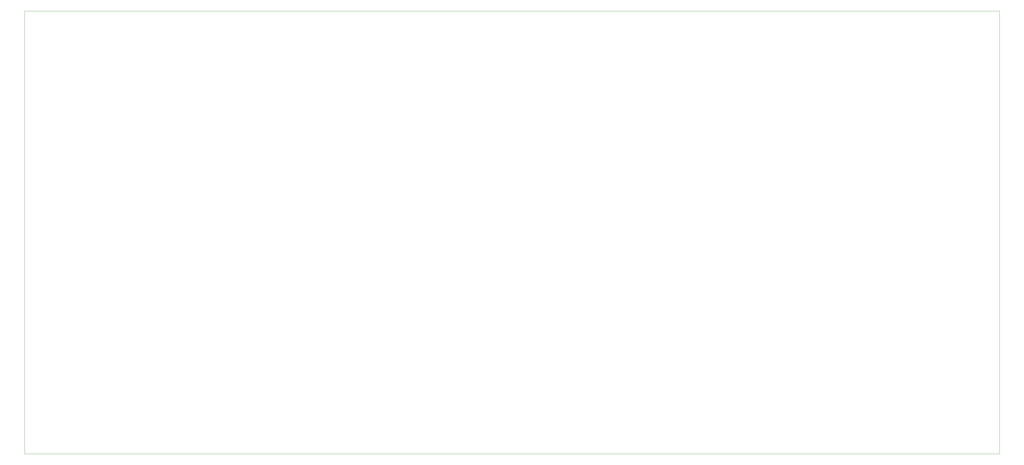
<source format=gbr>
G04 #@! TF.GenerationSoftware,KiCad,Pcbnew,(5.0.0)*
G04 #@! TF.CreationDate,2019-09-22T13:40:32+01:00*
G04 #@! TF.ProjectId,Displayv2,446973706C617976322E6B696361645F,rev?*
G04 #@! TF.SameCoordinates,Original*
G04 #@! TF.FileFunction,Profile,NP*
%FSLAX46Y46*%
G04 Gerber Fmt 4.6, Leading zero omitted, Abs format (unit mm)*
G04 Created by KiCad (PCBNEW (5.0.0)) date 09/22/19 13:40:32*
%MOMM*%
%LPD*%
G01*
G04 APERTURE LIST*
%ADD10C,0.100000*%
G04 APERTURE END LIST*
D10*
X55000000Y-30000000D02*
X55000000Y-180000000D01*
X385000000Y-180000000D02*
X55000000Y-180000000D01*
X385000000Y-30000000D02*
X385000000Y-180000000D01*
X55000000Y-30000000D02*
X385000000Y-30000000D01*
M02*

</source>
